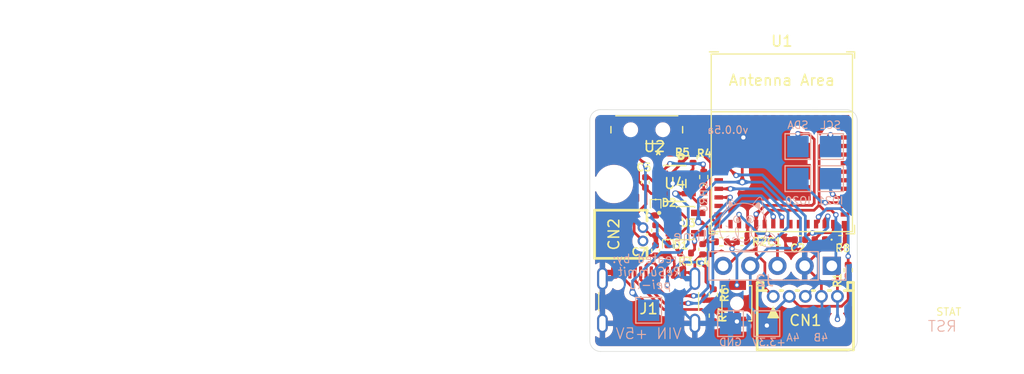
<source format=kicad_pcb>
(kicad_pcb (version 20240108) (generator "pcbnew") (generator_version "8.0")
  (layers (0 "F.Cu" signal) (31 "B.Cu" signal) (34 "B.Paste" user) (35 "F.Paste" user) (36 "B.SilkS" user "B.Silkscreen") (37 "F.SilkS" user "F.Silkscreen") (38 "B.Mask" user) (39 "F.Mask" user) (44 "Edge.Cuts" user))
  (net 0 "")
  (net 1 "GND")
  (net 2 "VBAT")
  (net 3 "/ESP32-C6FH4/ESP_EN")
  (net 4 "/ESP32-C6FH4/IO9{slash}BOOT")
  (net 5 "VBUS")
  (net 6 "Net-(CHRG1-K)")
  (net 7 "/ESP32-C6FH4/IO8")
  (net 8 "Net-(D1-K)")
  (net 9 "/ESP32-C6FH4/IO15{slash}LP")
  (net 10 "/ESP32-C6FH4/IO5")
  (net 11 "/ESP32-C6FH4/IO16{slash}TX")
  (net 12 "/ESP32-C6FH4/IO20{slash}PICO")
  (net 13 "/ESP32-C6FH4/IO23{slash}STAT")
  (net 14 "/ESP32-C6FH4/IO17{slash}RX")
  (net 15 "/ESP32-C6FH4/IO21{slash}POCI")
  (net 16 "/ESP32-C6FH4/IO22{slash}~{SD_DET}")
  (net 17 "D+ P")
  (net 18 "D- N")
  (net 19 "BNO_INT")
  (net 20 "BNO_SCL")
  (net 21 "BNO_SDA")
  (net 22 "+3.3V")
  (net 23 "/ESP32-C6FH4/IO14")
  (net 24 "BNO_INT2")
  (net 25 "BatSense")
  (net 26 "Net-(J1-CC2)")
  (net 27 "Net-(J1-CC1)")
  (net 28 "Net-(U4-STAT)")
  (net 29 "Net-(U4-PROG)")
  (net 30 "/ESP32-C6FH4/IO18{slash}~{CS}")
  (net 31 "/ESP32-C6FH4/IO0")
  (net 32 "/ESP32-C6FH4/IO19{slash}SCK")
  (net 33 "Net-(STAT1-K)")
  (net 34 "Net-(D2-A)")
  (net 36 "/ESP32-C6FH4/IO3")
  (footprint "uSlime-libs:D_0402_1005Metric" (layer "F.Cu") (at 107.95 102.5 -90)
    (property "Reference" "D1")
    (property "Value" "D")
  )
  (footprint "Capacitor_SMD:C_0402_1005Metric" (layer "F.Cu") (at 114.88 101.7)
    (property "Reference" "C1")
    (property "Value" "0.1uF")
  )
  (footprint "uSlime-libs:CONN-TH_5P-P1.50_X1502WR-05K-N0SN" (layer "F.Cu") (at 120.795 106.8)
    (property "Reference" "CN1")
    (property "Value" "X1502WR-05K-N0SN")
  )
  (footprint "Resistor_SMD:R_0402_1005Metric" (layer "F.Cu") (at 111.3 95.65 90)
    (property "Reference" "R4")
    (property "Value" "1k")
  )
  (footprint "Capacitor_SMD:C_0402_1005Metric" (layer "F.Cu") (at 105.85 96.15 90)
    (property "Reference" "C5")
    (property "Value" "10μF")
  )
  (footprint "Resistor_SMD:R_0402_1005Metric" (layer "F.Cu") (at 112.95 101.7 180)
    (property "Reference" "R2")
    (property "Value" "100k")
  )
  (footprint "Capacitor_SMD:C_0402_1005Metric" (layer "F.Cu") (at 106.8 100.63 -90)
    (property "Reference" "C3" (hide yes))
    (property "Value" "10uF")
  )
  (footprint "Connector_USB:USB_C_Receptacle_GCT_USB4105-xx-A_16P_TopMnt_Horizontal" (layer "F.Cu") (at 106.15 108.25)
    (property "Reference" "J1")
    (property "Value" "USB_C_Receptacle_USB2.0_14P")
  )
  (footprint "Resistor_SMD:R_0402_1005Metric" (layer "F.Cu") (at 112.2 106.65 90)
    (property "Reference" "R6")
    (property "Value" "5.1k")
  )
  (footprint "uSlime-libs:D_0402_1005Metric" (layer "F.Cu") (at 106.8 98.75 -90)
    (property "Reference" "D2")
    (property "Value" "D")
  )
  (footprint "Capacitor_SMD:C_0402_1005Metric" (layer "F.Cu") (at 111.2 102.4 -90)
    (property "Reference" "C4")
    (property "Value" "10uF")
  )
  (footprint "Resistor_SMD:R_0402_1005Metric" (layer "F.Cu") (at 109.6 102.75)
    (property "Reference" "R3")
    (property "Value" "180k")
  )
  (footprint "Resistor_SMD:R_0402_1005Metric" (layer "F.Cu") (at 110.3 93.8 90)
    (property "Reference" "R5")
    (property "Value" "2k")
  )
  (footprint "LED_SMD:LED_0402_1005Metric" (layer "F.Cu") (at 122.16 101.5 180)
    (property "Reference" "STAT1" (hide yes))
    (property "Value" "LED")
  )
  (footprint "Resistor_SMD:R_0402_1005Metric" (layer "F.Cu") (at 124.06 101.5 180)
    (property "Reference" "R8")
    (property "Value" "1k")
  )
  (footprint "Resistor_SMD:R_0402_1005Metric" (layer "F.Cu") (at 124.8 104.35 -90)
    (property "Reference" "R1")
    (property "Value" "100k")
  )
  (footprint "Capacitor_SMD:C_0402_1005Metric" (layer "F.Cu") (at 120.295 101.5 180)
    (property "Reference" "C2")
    (property "Value" "0.1uF")
  )
  (footprint "Resistor_SMD:R_0402_1005Metric" (layer "F.Cu") (at 112.2 108.6 -90)
    (property "Reference" "R7")
    (property "Value" "5.1k")
  )
  (footprint "" (layer "F.Cu") (at 102.9 96.3)
    (property "Reference" "")
    (property "Value" "")
  )
  (footprint "uSlime-libs:SOT-23-5_MC_MCH" (layer "F.Cu") (at 108.6 96.25)
    (property "Reference" "U4")
    (property "Value" "MCP73831T-2ACI/OT")
  )
  (footprint "PCM_Espressif:ESP32-C6-MINI-1" (layer "F.Cu") (at 118.6 92.45)
    (property "Reference" "U1")
    (property "Value" "ESP32-C6-MINI-1" (hide yes))
  )
  (footprint "uSlime-libs:SW_PCM12SMTR" (layer "F.Cu") (at 105.975 91.225 180)
    (property "Reference" "U2")
    (property "Value" "MSK-12C02_SMD_SPDT_SWITCH")
  )
  (footprint "Button_Switch_SMD:SW_SPST_B3U-1000P-B" (layer "F.Cu") (at 114.4 107.45 90)
    (property "Reference" "RESET1" (hide yes))
    (property "Value" "SW_Push")
  )
  (footprint "uSlime-libs:CONN-TH_2P-P1.25_1.25T-2AW" (layer "F.Cu") (at 105.619 101 -90)
    (property "Reference" "CN2")
    (property "Value" "1.25T-2AW")
  )
  (footprint "uSlime-libs:SOT95P285X140-5N" (layer "F.Cu") (at 109.6 99.95)
    (property "Reference" "U3")
    (property "Value" "AP2112K-3.3TRG1")
  )
  (footprint "LED_SMD:LED_0402_1005Metric" (layer "F.Cu") (at 111.3 97.5 -90)
    (property "Reference" "CHRG1" (hide yes))
    (property "Value" "LED")
  )
  (footprint "Capacitor_SMD:C_0402_1005Metric" (layer "F.Cu") (at 106.8 102.5 90)
    (property "Reference" "C7")
    (property "Value" "10μF")
  )
  (footprint "TestPoint:TestPoint_Pad_2.0x2.0mm" (layer "B.Cu") (at 113.8 109.35 180)
    (property "Reference" "TP6" (hide yes))
    (property "Value" "GND")
  )
  (footprint "TestPoint:TestPoint_Pad_2.0x2.0mm" (layer "B.Cu") (at 117.2 109.35 180)
    (property "Reference" "TP5" (hide yes))
    (property "Value" "3.3V")
  )
  (footprint "TestPoint:TestPoint_Pad_2.0x2.0mm" (layer "B.Cu") (at 120.1 95.8 180)
    (property "Reference" "TP3" (hide yes))
    (property "Value" "IO14")
  )
  (footprint "TestPoint:TestPoint_Pad_2.0x2.0mm" (layer "B.Cu") (at 123.15 92.8 180)
    (property "Reference" "TP2" (hide yes))
    (property "Value" "SCL")
  )
  (footprint "TestPoint:TestPoint_Pad_2.0x2.0mm" (layer "B.Cu") (at 106.15 108.1 180)
    (property "Reference" "TP7" (hide yes))
    (property "Value" "VBUS")
  )
  (footprint "TestPoint:TestPoint_Pad_2.0x2.0mm" (layer "B.Cu") (at 123.15 95.8 180)
    (property "Reference" "TP4" (hide yes))
    (property "Value" "IO14")
  )
  (footprint "uSlime-libs:uSlime_logo" (layer "B.Cu") (at 115.014615 100.135524 180)
    (property "Reference" "G***" (hide yes))
    (property "Value" "LOGO" (hide yes))
  )
  (footprint "TestPoint:TestPoint_Pad_2.0x2.0mm" (layer "B.Cu") (at 120.1 92.8 180)
    (property "Reference" "TP1" (hide yes))
    (property "Value" "SDA")
  )
  (footprint "Connector_PinHeader_2.54mm:PinHeader_1x05_P2.54mm_Vertical" (layer "B.Cu") (at 123.27 103.95 90)
    (property "Reference" "J2")
    (property "Value" "Conn_01x05")
  )
  (gr_line (start 124.642893 89.357107) (end 101.65 89.35) (stroke (width 0.05)) (layer "Edge.Cuts"))
  (gr_line (start 101.65 111.95) (end 124.65 111.95) (stroke (width 0.05)) (layer "Edge.Cuts"))
  (gr_line (start 125.65 110.95) (end 125.642893 90.357107) (stroke (width 0.05)) (layer "Edge.Cuts"))
  (gr_arc (start 100.65 90.35) (mid 100.942893 89.642893) (end 101.65 89.35) (stroke (width 0.05)) (layer "Edge.Cuts"))
  (gr_line (start 100.65 90.35) (end 100.65 110.95) (stroke (width 0.05)) (layer "Edge.Cuts"))
  (gr_arc (start 101.65 111.95) (mid 100.942893 111.657107) (end 100.65 110.95) (stroke (width 0.05)) (layer "Edge.Cuts"))
  (gr_arc (start 124.642893 89.357107) (mid 125.35 89.65) (end 125.642893 90.357107) (stroke (width 0.05)) (layer "Edge.Cuts"))
  (gr_arc (start 125.65 110.95) (mid 125.357107 111.657107) (end 124.65 111.95) (stroke (width 0.05)) (layer "Edge.Cuts"))
  (gr_text "IO21" (at 123.15 97.45 0) (layer "B.SilkS") (effects (font (size 0.7 0.7) (thickness 0.1)) (justify top mirror)))
  (gr_text "VIN +5V" (at 106.15 109.7 0) (layer "B.SilkS") (effects (font (size 1 1) (thickness 0.1)) (justify top mirror)))
  (gr_text "Created by:" (at 106.2 103.75 0) (layer "B.SilkS") (effects (font (size 0.8 0.8) (thickness 0.1)) (justify bottom mirror)))
  (gr_text "SCL" (at 123.15 91.2 0) (layer "B.SilkS") (effects (font (size 0.7 0.7) (thickness 0.1)) (justify bottom mirror)))
  (gr_text "pei-lu" (at 106.3 105.25 0) (layer "B.SilkS") (effects (font (size 0.8 0.8) (thickness 0.1) (italic yes)) (justify top mirror)))
  (gr_text "+3.3V" (at 117.4 111.5 0) (layer "B.SilkS") (effects (font (size 0.7 0.7) (thickness 0.1)) (justify bottom mirror)))
  (gr_text "RST" (at 133.6 109.6 0) (layer "B.SilkS") (effects (font (size 1 1) (thickness 0.1)) (justify mirror)))
  (gr_text "GND" (at 113.8 111.5 0) (layer "B.SilkS") (effects (font (size 0.7 0.7) (thickness 0.1)) (justify bottom mirror)))
  (gr_text "4A" (at 119.65 110.65 0) (layer "B.SilkS") (effects (font (size 0.7 0.7) (thickness 0.1)) (justify mirror)))
  (gr_text "CHRG" (at 111.3 97.5 90) (layer "B.SilkS") (effects (font (size 0.7 0.7) (thickness 0.1)) (justify mirror)))
  (gr_text "v0.0.5a" (at 113.55 91.25 0) (layer "B.SilkS") (effects (font (size 0.7 0.7) (thickness 0.1)) (justify mirror)))
  (gr_text "SDA" (at 120.1 91.2 0) (layer "B.SilkS") (effects (font (size 0.7 0.7) (thickness 0.1)) (justify bottom mirror)))
  (gr_text "4B" (at 122.25 110.65 0) (layer "B.SilkS") (effects (font (size 0.7 0.7) (thickness 0.1)) (justify mirror)))
  (gr_text "ReSummit" (at 106.3 104.05 0) (layer "B.SilkS") (effects (font (size 0.8 0.8) (thickness 0.1) (italic yes)) (justify top mirror)))
  (gr_text "IO20" (at 120.1 97.45 0) (layer "B.SilkS") (effects (font (size 0.7 0.7) (thickness 0.1)) (justify top mirror)))
  (gr_text "STAT" (at 134.2 108.25 -0) (layer "F.SilkS") (effects (font (size 0.7 0.7) (thickness 0.1))))
  (segment (start 111.126998 102.88) (end 110.47 103.536998) (width 0.254) (layer "F.Cu") (net 1))
  (segment (start 112.2 107.16) (end 112.54 107.16) (width 0.254) (layer "F.Cu") (net 1))
  (segment (start 115 91.95) (end 115.4 91.95) (width 0.254) (layer "F.Cu") (net 1))
  (segment (start 112.65 90.2) (end 109.685 90.2) (width 0.254) (layer "F.Cu") (net 1))
  (segment (start 109.685 90.2) (end 109.625 90.26) (width 0.254) (layer "F.Cu") (net 1))
  (segment (start 115.4 100.05) (end 115.4 101.66) (width 0.254) (layer "F.Cu") (net 1))
  (segment (start 113.26 109.15) (end 112.2 108.09) (width 0.254) (layer "F.Cu") (net 1))
  (segment (start 111.2 102.88) (end 111.126998 102.88) (width 0.254) (layer "F.Cu") (net 1))
  (segment (start 102.95 104.57) (end 102.405 104.57) (width 0.254) (layer "F.Cu") (net 1))
  (segment (start 112.7 91.95) (end 112.7 90.25) (width 0.254) (layer "F.Cu") (net 1))
  (segment (start 112.65 100.1) (end 112.65 99.2) (width 0.254) (layer "F.Cu") (net 1))
  (segment (start 106.739999 96.25) (end 107.3046 96.25) (width 0.254) (layer "F.Cu") (net 1))
  (segment (start 111.947 99.397) (end 111.947 94.297) (width 0.254) (layer "F.Cu") (net 1))
  (segment (start 115.4 91.95) (end 116.625 93.175) (width 0.254) (layer "F.Cu") (net 1))
  (segment (start 102.405 104.57) (end 101.83 105.145) (width 0.254) (layer "F.Cu") (net 1))
  (segment (start 106.8 102.015) (end 106.869318 102.015) (width 0.254) (layer "F.Cu") (net 1))
  (segment (start 108.415 99.95) (end 109.223 99.95) (width 0.254) (layer "F.Cu") (net 1))
  (segment (start 109.35 104.57) (end 109.895 104.57) (width 0.254) (layer "F.Cu") (net 1))
  (segment (start 111.947 94.297) (end 110.94 93.29) (width 0.254) (layer "F.Cu") (net 1))
  (segment (start 101.83 109.325) (end 101.83 105.145) (width 0.254) (layer "F.Cu") (net 1))
  (segment (start 115.4 100.05) (end 115.4 98.35) (width 0.254) (layer "F.Cu") (net 1))
  (segment (start 105.619 100.375) (end 106.354 101.11) (width 0.254) (layer "F.Cu") (net 1))
  (segment (start 122.295 106.8) (end 122.295 105.515) (width 0.254) (layer "F.Cu") (net 1))
  (segment (start 112.52 90.07) (end 112.65 90.2) (width 0.254) (layer "F.Cu") (net 1))
  (segment (start 112.7 90.25) (end 112.65 90.2) (width 0.254) (layer "F.Cu") (net 1))
  (segment (start 122.295 105.515) (end 120.73 103.95) (width 0.254) (layer "F.Cu") (net 1))
  (segment (start 109.895 104.57) (end 110.47 105.145) (width 0.254) (layer "F.Cu") (net 1))
  (segment (start 110.94 93.29) (end 110.3 93.29) (width 0.254) (layer "F.Cu") (net 1))
  (segment (start 124.57 101.67) (end 123.79 102.45) (width 0.254) (layer "F.Cu") (net 1))
  (segment (start 124.55 101.48) (end 124.57 101.5) (width 0.254) (layer "F.Cu") (net 1))
  (segment (start 109.625 90.26) (end 109.625 92.19) (width 0.254) (layer "F.Cu") (net 1))
  (segment (start 106.8 102.02) (end 106.8 101.11) (width 0.254) (layer "F.Cu") (net 1))
  (segment (start 110.3 92.865) (end 109.625 92.19) (width 0.254) (layer "F.Cu") (net 1))
  (segment (start 108.4 96.25) (end 107.3046 96.25) (width 0.254) (layer "F.Cu") (net 1))
  (segment (start 108.4 95.19) (end 110.3 93.29) (width 0.254) (layer "F.Cu") (net 1))
  (segment (start 112.2 108.09) (end 112.2 107.16) (width 0.254) (layer "F.Cu") (net 1))
  (segment (start 106.354 101.11) (end 106.8 101.11) (width 0.254) (layer "F.Cu") (net 1))
  (segment (start 124.57 101.5) (end 124.57 101.67) (width 0.254) (layer "F.Cu") (net 1))
  (segment (start 102.325 90.26) (end 102.325 92.19) (width 0.254) (layer "F.Cu") (net 1))
  (segment (start 124.55 100.1) (end 124.55 101.48) (width 0.254) (layer "F.Cu") (net 1))
  (segment (start 115.4 101.66) (end 115.36 101.7) (width 0.254) (layer "F.Cu") (net 1))
  (segment (start 102.325 90.26) (end 109.625 90.26) (width 0.254) (layer "F.Cu") (net 1))
  (segment (start 110.47 109.325) (end 101.83 109.325) (width 0.254) (layer "F.Cu") (net 1))
  (segment (start 110.3 93.29) (end 110.3 92.865) (width 0.254) (layer "F.Cu") (net 1))
  (segment (start 112.65 100.1) (end 111.947 99.397) (width 0.254) (layer "F.Cu") (net 1))
  (segment (start 122.23 102.45) (end 120.73 103.95) (width 0.254) (layer "F.Cu") (net 1))
  (segment (start 115.4 98.35) (end 116.625 97.125) (width 0.254) (layer "F.Cu") (net 1))
  (segment (start 115 91.95) (end 112.7 91.95) (width 0.254) (layer "F.Cu") (net 1))
  (segment (start 106.159999 95.67) (end 106.739999 96.25) (width 0.254) (layer "F.Cu") (net 1))
  (segment (start 123.79 102.45) (end 122.23 102.45) (width 0.254) (layer "F.Cu") (net 1))
  (segment (start 112.65 99.2) (end 112.7 99.15) (width 0.254) (layer "F.Cu") (net 1))
  (segment (start 105.85 95.67) (end 106.159999 95.67) (width 0.254) (layer "F.Cu") (net 1))
  (segment (start 112.54 107.16) (end 112.95 106.75) (width 0.254) (layer "F.Cu") (net 1))
  (segment (start 112.65 90.2) (end 124.55 90.2) (width 0.254) (layer "F.Cu") (net 1))
  (segment (start 114.4 109.15) (end 113.26 109.15) (width 0.254) (layer "F.Cu") (net 1))
  (segment (start 108.4 96.25) (end 108.4 95.19) (width 0.254) (layer "F.Cu") (net 1))
  (segment (start 110.47 103.536998) (end 110.47 105.145) (width 0.254) (layer "F.Cu") (net 1))
  (via (at 109.223 99.95) (size 0.6) (drill 0.4) (layers "F.Cu" "B.Cu") (net 1))
  (via (at 108.4 96.25) (size 0.6) (drill 0.4) (layers "F.Cu" "B.Cu") (net 1))
  (via (at 115 91.95) (size 0.6) (drill 0.4) (layers "F.Cu" "B.Cu") (net 1))
  (via (at 114.4 109.15) (size 0.6) (drill 0.4) (layers "F.Cu" "B.Cu") (net 1))
  (segment (start 114.2 109.35) (end 114.4 109.15) (width 0.254) (layer "B.Cu") (net 1))
  (segment (start 110.47 105.145) (end 110.47 105.695) (width 0.254) (layer "B.Cu") (net 1))
  (segment (start 113.8 109.35) (end 114.2 109.35) (width 0.254) (layer "B.Cu") (net 1))
  (segment (start 122.35 106.855) (end 122.295 106.8) (width 0.254) (layer "B.Cu") (net 1))
  (segment (start 108.023 98.75) (end 108.023 96.627) (width 0.254) (layer "B.Cu") (net 1))
  (segment (start 122.35 109.1075) (end 122.35 106.855) (width 0.254) (layer "B.Cu") (net 1))
  (segment (start 109.25 106.915) (end 109.25 108.105) (width 0.254) (layer "B.Cu") (net 1))
  (segment (start 110.47 105.695) (end 109.25 106.915) (width 0.254) (layer "B.Cu") (net 1))
  (segment (start 109.223 99.95) (end 108.023 98.75) (width 0.254) (layer "B.Cu") (net 1))
  (segment (start 109.25 108.105) (end 110.47 109.325) (width 0.254) (layer "B.Cu") (net 1))
  (segment (start 108.023 96.627) (end 108.4 96.25) (width 0.254) (layer "B.Cu") (net 1))
  (segment (start 103.725 92.975) (end 103.725 93.525) (width 0.254) (layer "F.Cu") (net 2))
  (segment (start 105.213 96.022801) (end 106.3902 97.200001) (width 0.254) (layer "F.Cu") (net 2))
  (segment (start 104.792 100.798) (end 105.297974 101.303974) (width 0.254) (layer "F.Cu") (net 2))
  (segment (start 105.9 96.68) (end 105.9 98.183998) (width 0.254) (layer "F.Cu") (net 2))
  (segment (start 106.3902 97.200001) (end 107.3046 97.200001) (width 0.254) (layer "F.Cu") (net 2))
  (segment (start 105.213 95.013) (end 105.213 96.022801) (width 0.254) (layer "F.Cu") (net 2))
  (segment (start 103.725 93.525) (end 105.213 95.013) (width 0.254) (layer "F.Cu") (net 2))
  (segment (start 105.85 96.63) (end 105.9 96.68) (width 0.254) (layer "F.Cu") (net 2))
  (segment (start 104.792 99.291998) (end 104.792 100.798) (width 0.254) (layer "F.Cu") (net 2))
  (segment (start 105.9 98.183998) (end 104.792 99.291998) (width 0.254) (layer "F.Cu") (net 2))
  (segment (start 113.95 102.19) (end 114.44 101.7) (width 0.254) (layer "F.Cu") (net 3))
  (segment (start 113.95 102.35) (end 113.95 102.19) (width 0.254) (layer "F.Cu") (net 3))
  (segment (start 113.95 102.35) (end 113.95 102.15) (width 0.254) (layer "F.Cu") (net 3))
  (segment (start 113.95 102.15) (end 113.5 101.7) (width 0.254) (layer "F.Cu") (net 3))
  (segment (start 113.5 101.7) (end 114.44 101.7) (width 0.254) (layer "F.Cu") (net 3))
  (segment (start 113.8 96.75) (end 112.7 96.75) (width 0.254) (layer "F.Cu") (net 3))
  (via (at 113.8 96.75) (size 0.5) (drill 0.3) (layers "F.Cu" "B.Cu") (net 3))
  (via (at 113.95 102.35) (size 0.5) (drill 0.3) (layers "F.Cu" "B.Cu") (net 3))
  (via (at 114.4 105.75) (size 0.5) (drill 0.3) (layers "F.Cu" "B.Cu") (net 3))
  (segment (start 118.839002 98.623) (end 119.177 98.960998) (width 0.254) (layer "B.Cu") (net 3))
  (segment (start 118.665052 98.623) (end 118.839002 98.623) (width 0.254) (layer "B.Cu") (net 3))
  (segment (start 119.177 98.960998) (end 119.177 100.323) (width 0.254) (layer "B.Cu") (net 3))
  (segment (start 117.978894 101.521106) (end 115.978894 101.521106) (width 0.254) (layer "B.Cu") (net 3))
  (segment (start 114.4 103.1) (end 113.95 102.65) (width 0.254) (layer "B.Cu") (net 3))
  (segment (start 113.8 96.75) (end 116.792052 96.75) (width 0.254) (layer "B.Cu") (net 3))
  (segment (start 114.4 103.1) (end 114.4 105.75) (width 0.254) (layer "B.Cu") (net 3))
  (segment (start 116.792052 96.75) (end 118.665052 98.623) (width 0.254) (layer "B.Cu") (net 3))
  (segment (start 115.978894 101.521106) (end 114.4 103.1) (width 0.254) (layer "B.Cu") (net 3))
  (segment (start 113.95 102.65) (end 113.95 102.35) (width 0.254) (layer "B.Cu") (net 3))
  (segment (start 119.177 100.323) (end 117.978894 101.521106) (width 0.254) (layer "B.Cu") (net 3))
  (segment (start 120.775 101.5) (end 120.775 101.325) (width 0.254) (layer "F.Cu") (net 4))
  (segment (start 120.775 101.325) (end 121.247 100.853) (width 0.254) (layer "F.Cu") (net 4))
  (segment (start 122.899255 99.315257) (end 122.6 99.614512) (width 0.254) (layer "F.Cu") (net 4))
  (segment (start 122.6 99.614512) (end 122.6 100.05) (width 0.254) (layer "F.Cu") (net 4))
  (segment (start 121.247 100.853) (end 121.454947 100.853) (width 0.254) (layer "F.Cu") (net 4))
  (via (at 122.899255 99.315257) (size 0.5) (drill 0.3) (layers "F.Cu" "B.Cu") (net 4))
  (via (at 121.454947 100.875981) (size 0.5) (drill 0.3) (layers "F.Cu" "B.Cu") (net 4))
  (segment (start 122.899255 100.350745) (end 122.374019 100.875981) (width 0.254) (layer "B.Cu") (net 4))
  (segment (start 121.454947 100.875981) (end 122.374019 100.875981) (width 0.254) (layer "B.Cu") (net 4))
  (segment (start 122.899255 99.315257) (end 122.899255 100.350745) (width 0.254) (layer "B.Cu") (net 4))
  (segment (start 106.8 102.985) (end 104.760001 102.985) (width 0.254) (layer "F.Cu") (net 5))
  (segment (start 108.55 103.53) (end 108.55 104.57) (width 0.254) (layer "F.Cu") (net 5))
  (segment (start 104.65 106.45) (end 104.65 105.965592) (width 0.254) (layer "F.Cu") (net 5))
  (segment (start 103.75 103.995001) (end 103.75 104.57) (width 0.254) (layer "F.Cu") (net 5))
  (segment (start 110.680399 97.985) (end 111.3 97.985) (width 0.254) (layer "F.Cu") (net 5))
  (segment (start 109.8954 97.200001) (end 108.650001 97.200001) (width 0.254) (layer "F.Cu") (net 5))
  (segment (start 107.705 102.985) (end 107.72 103) (width 0.254) (layer "F.Cu") (net 5))
  (segment (start 103.75 105.065592) (end 103.75 104.57) (width 0.254) (layer "F.Cu") (net 5))
  (segment (start 108.650001 97.200001) (end 108.65 97.2) (width 0.254) (layer "F.Cu") (net 5))
  (segment (start 108.02 103) (end 108.55 103.53) (width 0.254) (layer "F.Cu") (net 5))
  (segment (start 104.760001 102.985) (end 103.75 103.995001) (width 0.254) (layer "F.Cu") (net 5))
  (segment (start 104.65 105.965592) (end 103.75 105.065592) (width 0.254) (layer "F.Cu") (net 5))
  (segment (start 109.8954 97.200001) (end 110.680399 97.985) (width 0.254) (layer "F.Cu") (net 5))
  (segment (start 107.72 103) (end 108.02 103) (width 0.254) (layer "F.Cu") (net 5))
  (segment (start 106.8 102.985) (end 107.705 102.985) (width 0.254) (layer "F.Cu") (net 5))
  (via (at 108.65 97.2) (size 0.6) (drill 0.4) (layers "F.Cu" "B.Cu") (net 5))
  (via (at 104.65 106.45) (size 0.6) (drill 0.4) (layers "F.Cu" "B.Cu") (net 5))
  (segment (start 106.15 107.95) (end 106.15 108.1) (width 0.254) (layer "B.Cu") (net 5))
  (segment (start 104.65 105.35) (end 104.65 106.45) (width 0.254) (layer "B.Cu") (net 5))
  (segment (start 109.026002 102.7) (end 107.3 102.7) (width 0.254) (layer "B.Cu") (net 5))
  (segment (start 109.85 98.4) (end 109.85 101.876002) (width 0.254) (layer "B.Cu") (net 5))
  (segment (start 107.3 102.7) (end 104.65 105.35) (width 0.254) (layer "B.Cu") (net 5))
  (segment (start 104.65 106.45) (end 106.15 107.95) (width 0.254) (layer "B.Cu") (net 5))
  (segment (start 109.85 101.876002) (end 109.026002 102.7) (width 0.254) (layer "B.Cu") (net 5))
  (segment (start 108.65 97.2) (end 109.85 98.4) (width 0.254) (layer "B.Cu") (net 5))
  (segment (start 111.3 97.015) (end 111.3 96.16) (width 0.254) (layer "F.Cu") (net 6))
  (segment (start 124.8 103.84) (end 124.8 103.05) (width 0.254) (layer "F.Cu") (net 7))
  (segment (start 122.023 99.827) (end 121.8 100.05) (width 0.254) (layer "F.Cu") (net 7))
  (segment (start 122.023 99.378037) (end 122.023 99.827) (width 0.254) (layer "F.Cu") (net 7))
  (via (at 124.8 103.05) (size 0.5) (drill 0.3) (layers "F.Cu" "B.Cu") (net 7))
  (via (at 122.023 99.378037) (size 0.5) (drill 0.3) (layers "F.Cu" "B.Cu") (net 7))
  (segment (start 122.322255 99.078782) (end 122.322255 99.076255) (width 0.254) (layer "B.Cu") (net 7))
  (segment (start 122.79851 98.6) (end 124.05 98.6) (width 0.254) (layer "B.Cu") (net 7))
  (segment (start 122.023 99.378037) (end 122.322255 99.078782) (width 0.254) (layer "B.Cu") (net 7))
  (segment (start 122.322255 99.076255) (end 122.79851 98.6) (width 0.254) (layer "B.Cu") (net 7))
  (segment (start 124.05 98.6) (end 124.8 99.35) (width 0.254) (layer "B.Cu") (net 7))
  (segment (start 124.8 99.35) (end 124.8 103.05) (width 0.254) (layer "B.Cu") (net 7))
  (segment (start 109.159712 99) (end 109.861333 99.701621) (width 0.254) (layer "F.Cu") (net 8))
  (segment (start 107.859999 100.9) (end 108.415 100.9) (width 0.254) (layer "F.Cu") (net 8))
  (segment (start 108.415 99) (end 109.159712 99) (width 0.254) (layer "F.Cu") (net 8))
  (segment (start 107.95 102.015) (end 107.95 101.365) (width 0.254) (layer "F.Cu") (net 8))
  (segment (start 107.68 98.265) (end 108.415 99) (width 0.254) (layer "F.Cu") (net 8))
  (segment (start 109.861333 100.198379) (end 109.159712 100.9) (width 0.254) (layer "F.Cu") (net 8))
  (segment (start 109.861333 99.701621) (end 109.861333 100.198379) (width 0.254) (layer "F.Cu") (net 8))
  (segment (start 107.109999 100.15) (end 107.859999 100.9) (width 0.254) (layer "F.Cu") (net 8))
  (segment (start 109.159712 100.9) (end 108.415 100.9) (width 0.254) (layer "F.Cu") (net 8))
  (segment (start 107.984318 100.9) (end 108.415 100.9) (width 0.254) (layer "F.Cu") (net 8))
  (segment (start 106.8 100.15) (end 107.109999 100.15) (width 0.254) (layer "F.Cu") (net 8))
  (segment (start 107.95 101.365) (end 108.415 100.9) (width 0.254) (layer "F.Cu") (net 8))
  (segment (start 106.8 98.265) (end 107.68 98.265) (width 0.254) (layer "F.Cu") (net 8))
  (segment (start 123.809631 98.077) (end 124.227 98.077) (width 0.254) (layer "F.Cu") (net 12))
  (segment (start 123.773 98.040369) (end 123.809631 98.077) (width 0.254) (layer "F.Cu") (net 12))
  (segment (start 122.658 98.040369) (end 123.773 98.040369) (width 0.254) (layer "F.Cu") (net 12))
  (segment (start 124.227 98.077) (end 124.5 98.35) (width 0.254) (layer "F.Cu") (net 12))
  (via (at 122.658 98.040369) (size 0.5) (drill 0.3) (layers "F.Cu" "B.Cu") (net 12))
  (segment (start 120.1 95.8) (end 122.340369 98.040369) (width 0.254) (layer "B.Cu") (net 12))
  (segment (start 122.340369 98.040369) (end 122.658 98.040369) (width 0.254) (layer "B.Cu") (net 12))
  (segment (start 123.35 97.25) (end 123.65 97.55) (width 0.254) (layer "F.Cu") (net 15))
  (segment (start 123.65 97.55) (end 124.5 97.55) (width 0.254) (layer "F.Cu") (net 15))
  (via (at 123.35 97.25) (size 0.5) (drill 0.3) (layers "F.Cu" "B.Cu") (net 15))
  (segment (start 123.35 97.25) (end 123.15 97.05) (width 0.254) (layer "B.Cu") (net 15))
  (segment (start 123.15 97.05) (end 123.15 95.8) (width 0.254) (layer "B.Cu") (net 15))
  (segment (start 107.75 106.75) (end 106.9 105.9) (width 0.254) (layer "F.Cu") (net 17))
  (segment (start 105.9 104.57) (end 105.9 103.924408) (width 0.254) (layer "F.Cu") (net 17))
  (segment (start 110.35 106.75) (end 107.75 106.75) (width 0.254) (layer "F.Cu") (net 17))
  (segment (start 118.6 100.05) (end 118.6 99.4) (width 0.254) (layer "F.Cu") (net 17))
  (segment (start 106.156408 103.668) (end 106.643592 103.668) (width 0.254) (layer "F.Cu") (net 17))
  (segment (start 106.643592 103.668) (end 106.9 103.924408) (width 0.254) (layer "F.Cu") (net 17))
  (segment (start 106.9 105.9) (end 106.9 104.57) (width 0.254) (layer "F.Cu") (net 17))
  (segment (start 106.9 103.924408) (end 106.9 104.57) (width 0.254) (layer "F.Cu") (net 17))
  (segment (start 105.9 103.924408) (end 106.156408 103.668) (width 0.254) (layer "F.Cu") (net 17))
  (via (at 110.35 106.75) (size 0.5) (drill 0.3) (layers "F.Cu" "B.Cu") (net 17))
  (via (at 118.6 99.4) (size 0.5) (drill 0.3) (layers "F.Cu" "B.Cu") (net 17))
  (segment (start 110.35 106.75) (end 110.95 106.75) (width 0.254) (layer "B.Cu") (net 17))
  (segment (start 114.8 97.4) (end 116.692052 97.4) (width 0.254) (layer "B.Cu") (net 17))
  (segment (start 116.692052 97.4) (end 118.6 99.307948) (width 0.254) (layer "B.Cu") (net 17))
  (segment (start 111.7 106) (end 111.7 100.5) (width 0.254) (layer "B.Cu") (net 17))
  (segment (start 110.95 106.75) (end 111.7 106) (width 0.254) (layer "B.Cu") (net 17))
  (segment (start 111.7 100.5) (end 114.8 97.4) (width 0.254) (layer "B.Cu") (net 17))
  (segment (start 118.6 99.307948) (end 118.6 99.4) (width 0.254) (layer "B.Cu") (net 17))
  (segment (start 117.8 99.35) (end 117.8 100.05) (width 0.254) (layer "F.Cu") (net 18))
  (segment (start 106.592204 106.407796) (end 105.4 105.215592) (width 0.254) (layer "F.Cu") (net 18))
  (segment (start 109.85 107.450003) (end 109.849997 107.45) (width 0.254) (layer "F.Cu") (net 18))
  (segment (start 105.4 105.215592) (end 105.4 104.57) (width 0.254) (layer "F.Cu") (net 18))
  (segment (start 109.849997 107.45) (end 107.634408 107.45) (width 0.254) (layer "F.Cu") (net 18))
  (segment (start 106.4 104.57) (end 106.4 106.215592) (width 0.254) (layer "F.Cu") (net 18))
  (segment (start 107.634408 107.45) (end 106.592204 106.407796) (width 0.254) (layer "F.Cu") (net 18))
  (segment (start 106.4 106.215592) (end 106.592204 106.407796) (width 0.254) (layer "F.Cu") (net 18))
  (via (at 109.85 107.450003) (size 0.5) (drill 0.3) (layers "F.Cu" "B.Cu") (net 18))
  (via (at 117.8 99.35) (size 0.5) (drill 0.3) (layers "F.Cu" "B.Cu") (net 18))
  (segment (start 117.8 99.15) (end 116.6 97.95) (width 0.254) (layer "B.Cu") (net 18))
  (segment (start 116.6 97.95) (end 114.892052 97.95) (width 0.254) (layer "B.Cu") (net 18))
  (segment (start 109.85 107.450003) (end 110.89205 107.450003) (width 0.254) (layer "B.Cu") (net 18))
  (segment (start 112.154 100.688052) (end 112.154 106.188053) (width 0.254) (layer "B.Cu") (net 18))
  (segment (start 112.154 106.188053) (end 110.89205 107.450003) (width 0.254) (layer "B.Cu") (net 18))
  (segment (start 114.892052 97.95) (end 112.154 100.688052) (width 0.254) (layer "B.Cu") (net 18))
  (segment (start 118.19 101.884106) (end 117.25 100.944106) (width 0.254) (layer "F.Cu") (net 19))
  (segment (start 114.6 99.15) (end 114.6 100.05) (width 0.254) (layer "F.Cu") (net 19))
  (segment (start 118.19 103.95) (end 118.19 101.884106) (width 0.254) (layer "F.Cu") (net 19))
  (via (at 117.25 100.944106) (size 0.5) (drill 0.3) (layers "F.Cu" "B.Cu") (net 19))
  (via (at 114.6 99.15) (size 0.5) (drill 0.3) (layers "F.Cu" "B.Cu") (net 19))
  (segment (start 116.394106 100.944106) (end 114.6 99.15) (width 0.254) (layer "B.Cu") (net 19))
  (segment (start 117.25 100.944106) (end 116.394106 100.944106) (width 0.254) (layer "B.Cu") (net 19))
  (segment (start 123.211257 98.738257) (end 122.535205 98.738257) (width 0.254) (layer "F.Cu") (net 20))
  (segment (start 122.081 92.769) (end 123.15 91.7) (width 0.254) (layer "F.Cu") (net 20))
  (segment (start 122.535205 98.738257) (end 122.081 98.284052) (width 0.254) (layer "F.Cu") (net 20))
  (segment (start 123.795 104.475) (end 123.27 103.95) (width 0.254) (layer "F.Cu") (net 20))
  (segment (start 117 99.25) (end 117.496 98.754) (width 0.254) (layer "F.Cu") (net 20))
  (segment (start 123.795 106.8) (end 123.795 104.475) (width 0.254) (layer "F.Cu") (net 20))
  (segment (start 117.496 98.754) (end 121.611052 98.754) (width 0.254) (layer "F.Cu") (net 20))
  (segment (start 121.611052 98.754) (end 122.081 98.284052) (width 0.254) (layer "F.Cu") (net 20))
  (segment (start 117 100.05) (end 117 99.25) (width 0.254) (layer "F.Cu") (net 20))
  (segment (start 122.081 98.284052) (end 122.081 92.769) (width 0.254) (layer "F.Cu") (net 20))
  (segment (start 123.65 99.177) (end 123.211257 98.738257) (width 0.254) (layer "F.Cu") (net 20))
  (segment (start 123.75 108.9) (end 123.8 108.95) (width 0.254) (layer "F.Cu") (net 20))
  (via (at 123.65 99.177) (size 0.5) (drill 0.3) (layers "F.Cu" "B.Cu") (net 20))
  (via (at 123.15 91.7) (size 0.5) (drill 0.3) (layers "F.Cu" "B.Cu") (net 20))
  (via (at 123.8 108.95) (size 0.5) (drill 0.3) (layers "F.Cu" "B.Cu") (net 20))
  (segment (start 123.8 106.805) (end 123.795 106.8) (width 0.254) (layer "B.Cu") (net 20))
  (segment (start 123.65 103.57) (end 123.65 99.177) (width 0.254) (layer "B.Cu") (net 20))
  (segment (start 123.15 91.7) (end 123.15 92.8) (width 0.254) (layer "B.Cu") (net 20))
  (segment (start 123.27 103.95) (end 123.65 103.57) (width 0.254) (layer "B.Cu") (net 20))
  (segment (start 123.8 108.95) (end 123.8 106.805) (width 0.254) (layer "B.Cu") (net 20))
  (segment (start 117.013 103.64847) (end 117.013 106.018) (width 0.254) (layer "F.Cu") (net 21))
  (segment (start 117.013 106.018) (end 117.795 106.8) (width 0.254) (layer "F.Cu") (net 21))
  (segment (start 121.423 98.3) (end 117.014218 98.3) (width 0.254) (layer "F.Cu") (net 21))
  (segment (start 116.2 100.05) (end 116.2 102.25) (width 0.254) (layer "F.Cu") (net 21))
  (segment (start 116.2 100.05) (end 116.2 102.83547) (width 0.254) (layer "F.Cu") (net 21))
  (segment (start 114.9 102.55) (end 113.5 103.95) (width 0.254) (layer "F.Cu") (net 21))
  (segment (start 120.1 91.6) (end 121.104 91.6) (width 0.254) (layer "F.Cu") (net 21))
  (segment (start 117.014218 98.3) (end 116.2 99.114218) (width 0.254) (layer "F.Cu") (net 21))
  (segment (start 113.5 103.95) (end 113.11 103.95) (width 0.254) (layer "F.Cu") (net 21))
  (segment (start 116.2 99.114218) (end 116.2 100.05) (width 0.254) (layer "F.Cu") (net 21))
  (segment (start 121.627 92.123) (end 121.627 98.096) (width 0.254) (layer "F.Cu") (net 21))
  (segment (start 121.104 91.6) (end 121.627 92.123) (width 0.254) (layer "F.Cu") (net 21))
  (segment (start 121.627 98.096) (end 121.423 98.3) (width 0.254) (layer "F.Cu") (net 21))
  (segment (start 116.2 102.83547) (end 117.013 103.64847) (width 0.254) (layer "F.Cu") (net 21))
  (segment (start 116.2 102.25) (end 115.9 102.55) (width 0.254) (layer "F.Cu") (net 21))
  (segment (start 115.9 102.55) (end 114.9 102.55) (width 0.254) (layer "F.Cu") (net 21))
  (via (at 120.1 91.6) (size 0.5) (drill 0.3) (layers "F.Cu" "B.Cu") (net 21))
  (via (at 116.2 99.114218) (size 0.5) (drill 0.3) (layers "F.Cu" "B.Cu") (net 21))
  (segment (start 120.1 91.6) (end 120.1 92.8) (width 0.254) (layer "B.Cu") (net 21))
  (segment (start 124.8 107.105976) (end 124.178976 107.727) (width 0.254) (layer "F.Cu") (net 22))
  (segment (start 120.222 107.727) (end 119.295 106.8) (width 0.254) (layer "F.Cu") (net 22))
  (segment (start 114.9 96.123) (end 114.9 93.7) (width 0.254) (layer "F.Cu") (net 22))
  (segment (start 111.147334 99.85) (end 111.787 100.489666) (width 0.254) (layer "F.Cu") (net 22))
  (segment (start 112.7 92.75) (end 114 92.75) (width 0.254) (layer "F.Cu") (net 22))
  (segment (start 114 92.8) (end 114 92.75) (width 0.254) (layer "F.Cu") (net 22))
  (segment (start 124.8 104.86) (end 124.8 107.105976) (width 0.254) (layer "F.Cu") (net 22))
  (segment (start 124.178976 107.727) (end 120.222 107.727) (width 0.254) (layer "F.Cu") (net 22))
  (segment (start 111.85 100.552666) (end 111.85 101.27) (width 0.254) (layer "F.Cu") (net 22))
  (segment (start 110.8 99.85) (end 111.147334 99.85) (width 0.254) (layer "F.Cu") (net 22))
  (segment (start 111.85 101.27) (end 111.2 101.92) (width 0.254) (layer "F.Cu") (net 22))
  (segment (start 114.9 93.7) (end 114 92.8) (width 0.254) (layer "F.Cu") (net 22))
  (segment (start 112.44 101.7) (end 111.42 101.7) (width 0.254) (layer "F.Cu") (net 22))
  (segment (start 110.785 99.835) (end 110.785 99) (width 0.254) (layer "F.Cu") (net 22))
  (segment (start 117.2 109.527) (end 117.03 109.697) (width 0.254) (layer "F.Cu") (net 22))
  (segment (start 111.42 101.7) (end 111.2 101.92) (width 0.254) (layer "F.Cu") (net 22))
  (segment (start 111.787 100.489666) (end 111.85 100.552666) (width 0.254) (layer "F.Cu") (net 22))
  (segment (start 110.8 99.85) (end 110.785 99.835) (width 0.254) (layer "F.Cu") (net 22))
  (via (at 117.2 109.527) (size 0.6) (drill 0.4) (layers "F.Cu" "B.Cu") (net 22))
  (via (at 110.8 99.85) (size 0.6) (drill 0.4) (layers "F.Cu" "B.Cu") (net 22))
  (via (at 114.9 96.123) (size 0.6) (drill 0.4) (layers "F.Cu" "B.Cu") (net 22))
  (segment (start 115.65 103.95) (end 115.65 107.8) (width 0.254) (layer "B.Cu") (net 22))
  (segment (start 119.750159 102.3) (end 120.341 101.709159) (width 0.254) (layer "B.Cu") (net 22))
  (segment (start 118.853104 98.169) (end 116.807104 96.123) (width 0.254) (layer "B.Cu") (net 22))
  (segment (start 117.4425 109.1075) (end 117.2 109.35) (width 0.254) (layer "B.Cu") (net 22))
  (segment (start 117.2 108.895) (end 119.295 106.8) (width 0.254) (layer "B.Cu") (net 22))
  (segment (start 115.65 107.8) (end 117.2 109.35) (width 0.254) (layer "B.Cu") (net 22))
  (segment (start 114.9 96.123) (end 112.392947 96.123) (width 0.254) (layer "B.Cu") (net 22))
  (segment (start 112.392947 96.123) (end 110.8 97.715947) (width 0.254) (layer "B.Cu") (net 22))
  (segment (start 117.3 102.3) (end 119.750159 102.3) (width 0.254) (layer "B.Cu") (net 22))
  (segment (start 120.341 99.482945) (end 119.027055 98.169) (width 0.254) (layer "B.Cu") (net 22))
  (segment (start 119.027055 98.169) (end 118.853104 98.169) (width 0.254) (layer "B.Cu") (net 22))
  (segment (start 117.2 109.35) (end 117.2 108.895) (width 0.254) (layer "B.Cu") (net 22))
  (segment (start 110.8 97.715947) (end 110.8 99.85) (width 0.254) (layer "B.Cu") (net 22))
  (segment (start 120.341 101.709159) (end 120.341 99.482945) (width 0.254) (layer "B.Cu") (net 22))
  (segment (start 116.807104 96.123) (end 114.9 96.123) (width 0.254) (layer "B.Cu") (net 22))
  (segment (start 115.65 103.95) (end 117.3 102.3) (width 0.254) (layer "B.Cu") (net 22))
  (segment (start 113.173 94.35) (end 112.7 94.35) (width 0.254) (layer "F.Cu") (net 24))
  (segment (start 114.323 95.5) (end 113.173 94.35) (width 0.254) (layer "F.Cu") (net 24))
  (via (at 114.323 95.5) (size 0.5) (drill 0.3) (layers "F.Cu" "B.Cu") (net 24))
  (segment (start 120.795 106.8) (end 122 105.595) (width 0.254) (layer "B.Cu") (net 24))
  (segment (start 119.041156 97.715) (end 116.776156 95.45) (width 0.254) (layer "B.Cu") (net 24))
  (segment (start 122 105.595) (end 122 102.35) (width 0.254) (layer "B.Cu") (net 24))
  (segment (start 122 102.35) (end 120.795 101.145) (width 0.254) (layer "B.Cu") (net 24))
  (segment (start 114.373 95.45) (end 114.323 95.5) (width 0.254) (layer "B.Cu") (net 24))
  (segment (start 120.795 101.145) (end 120.795 99.294892) (width 0.254) (layer "B.Cu") (net 24))
  (segment (start 119.215107 97.715) (end 119.041156 97.715) (width 0.254) (layer "B.Cu") (net 24))
  (segment (start 116.776156 95.45) (end 114.373 95.45) (width 0.254) (layer "B.Cu") (net 24))
  (segment (start 120.795 99.294892) (end 119.215107 97.715) (width 0.254) (layer "B.Cu") (net 24))
  (segment (start 110.11 102.75) (end 110.446328 102.413672) (width 0.254) (layer "F.Cu") (net 25))
  (segment (start 110.446328 102.413672) (end 110.446328 101.65) (width 0.254) (layer "F.Cu") (net 25))
  (segment (start 113.766999 97.55) (end 113.8 97.583001) (width 0.254) (layer "F.Cu") (net 25))
  (segment (start 112.7 97.55) (end 113.766999 97.55) (width 0.254) (layer "F.Cu") (net 25))
  (via (at 113.766999 97.55) (size 0.5) (drill 0.3) (layers "F.Cu" "B.Cu") (net 25))
  (via (at 110.446328 101.65) (size 0.5) (drill 0.3) (layers "F.Cu" "B.Cu") (net 25))
  (segment (start 110.446328 101.11162) (end 113.766999 97.790949) (width 0.254) (layer "B.Cu") (net 25))
  (segment (start 113.766999 97.790949) (end 113.766999 97.55) (width 0.254) (layer "B.Cu") (net 25))
  (segment (start 110.446328 101.65) (end 110.446328 101.11162) (width 0.254) (layer "B.Cu") (net 25))
  (segment (start 107.9 104.57) (end 107.9 105.75) (width 0.254) (layer "F.Cu") (net 26))
  (segment (start 111.5 105.44) (end 112.15 106.09) (width 0.254) (layer "F.Cu") (net 26))
  (segment (start 112.15 106.09) (end 112.3 106.09) (width 0.254) (layer "F.Cu") (net 26))
  (segment (start 111.123 103.7) (end 111.5 104.077) (width 0.254) (layer "F.Cu") (net 26))
  (segment (start 111.5 104.077) (end 111.5 105.44) (width 0.254) (layer "F.Cu") (net 26))
  (via (at 107.9 105.75) (size 0.5) (drill 0.3) (layers "F.Cu" "B.Cu") (net 26))
  (via (at 111.123 103.7) (size 0.5) (drill 0.3) (layers "F.Cu" "B.Cu") (net 26))
  (segment (start 109.2 103.6) (end 111.023 103.6) (width 0.254) (layer "B.Cu") (net 26))
  (segment (start 107.9 104.9) (end 109.2 103.6) (width 0.254) (layer "B.Cu") (net 26))
  (segment (start 111.023 103.6) (end 111.123 103.7) (width 0.254) (layer "B.Cu") (net 26))
  (segment (start 107.9 105.75) (end 107.9 104.9) (width 0.254) (layer "B.Cu") (net 26))
  (segment (start 112.2 109.11) (end 111.117003 108.027003) (width 0.254) (layer "F.Cu") (net 27))
  (segment (start 107.569359 108.027003) (end 104.9 105.357644) (width 0.254) (layer "F.Cu") (net 27))
  (segment (start 104.9 105.357644) (end 104.9 104.57) (width 0.254) (layer "F.Cu") (net 27))
  (segment (start 111.117003 108.027003) (end 107.569359 108.027003) (width 0.254) (layer "F.Cu") (net 27))
  (segment (start 111.25 94.45) (end 111.25 95.09) (width 0.254) (layer "F.Cu") (net 28))
  (segment (start 111.25 95.09) (end 111.3 95.14) (width 0.254) (layer "F.Cu") (net 28))
  (segment (start 107.3046 95.299999) (end 107.3046 95.2454) (width 0.254) (layer "F.Cu") (net 28))
  (segment (start 107.3046 95.2454) (end 108.15 94.4) (width 0.254) (layer "F.Cu") (net 28))
  (via (at 111.25 94.45) (size 0.5) (drill 0.3) (layers "F.Cu" "B.Cu") (net 28))
  (via (at 108.15 94.4) (size 0.5) (drill 0.3) (layers "F.Cu" "B.Cu") (net 28))
  (segment (start 108.15 94.4) (end 111.2 94.4) (width 0.254) (layer "B.Cu") (net 28))
  (segment (start 111.2 94.4) (end 111.25 94.45) (width 0.254) (layer "B.Cu") (net 28))
  (segment (start 110.3 94.895399) (end 109.8954 95.299999) (width 0.254) (layer "F.Cu") (net 29))
  (segment (start 110.3 94.31) (end 110.3 94.895399) (width 0.254) (layer "F.Cu") (net 29))
  (segment (start 123.4 100.704) (end 123.4 100.05) (width 0.254) (layer "F.Cu") (net 30))
  (segment (start 121.675 101.475) (end 122.297 100.853) (width 0.254) (layer "F.Cu") (net 30))
  (segment (start 121.675 101.5) (end 121.675 101.475) (width 0.254) (layer "F.Cu") (net 30))
  (segment (start 122.297 100.853) (end 123.251 100.853) (width 0.254) (layer "F.Cu") (net 30))
  (segment (start 123.251 100.853) (end 123.4 100.704) (width 0.254) (layer "F.Cu") (net 30))
  (segment (start 122.645 101.5) (end 123.55 101.5) (width 0.254) (layer "F.Cu") (net 33))
  (segment (start 105.225 93.875) (end 105.85 94.5) (width 0.254) (layer "F.Cu") (net 34))
  (segment (start 106.175 99.225) (end 106.79 99.225) (width 0.254) (layer "F.Cu") (net 34))
  (segment (start 108.76 102.42) (end 108.76 102.123) (width 0.254) (layer "F.Cu") (net 34))
  (segment (start 109.09 102.75) (end 108.76 102.42) (width 0.254) (layer "F.Cu") (net 34))
  (segment (start 105.225 92.975) (end 105.225 93.875) (width 0.254) (layer "F.Cu") (net 34))
  (segment (start 106.79 99.225) (end 106.8 99.235) (width 0.254) (layer "F.Cu") (net 34))
  (via (at 105.85 94.5) (size 0.5) (drill 0.3) (layers "F.Cu" "B.Cu") (net 34))
  (via (at 108.76 102.123) (size 0.5) (drill 0.3) (layers "F.Cu" "B.Cu") (net 34))
  (via (at 106.175 99.225) (size 0.5) (drill 0.3) (layers "F.Cu" "B.Cu") (net 34))
  (segment (start 106.175 99.225) (end 106.95 100) (width 0.254) (layer "B.Cu") (net 34))
  (segment (start 106.175 99.225) (end 105.85 98.9) (width 0.254) (layer "B.Cu") (net 34))
  (segment (start 105.85 98.9) (end 105.85 94.5) (width 0.254) (layer "B.Cu") (net 34))
  (segment (start 106.95 101.05) (end 108.023 102.123) (width 0.254) (layer "B.Cu") (net 34))
  (segment (start 106.95 100) (end 106.95 101.05) (width 0.254) (layer "B.Cu") (net 34))
  (segment (start 108.023 102.123) (end 108.76 102.123) (width 0.254) (layer "B.Cu") (net 34))
  (zone (net 1) (net_name "GND") (layers "F&B.Cu") (connect_pads (clearance 0.5)) (min_thickness 0.1) (fill yes (thermal_gap 0.5) (thermal_bridge_width 0.5))
    (polygon (pts (xy 99.95 88.75) (xy 100.2 112.95) (xy 126.3 113.05) (xy 126.05 88.85)))
  )
)
</source>
